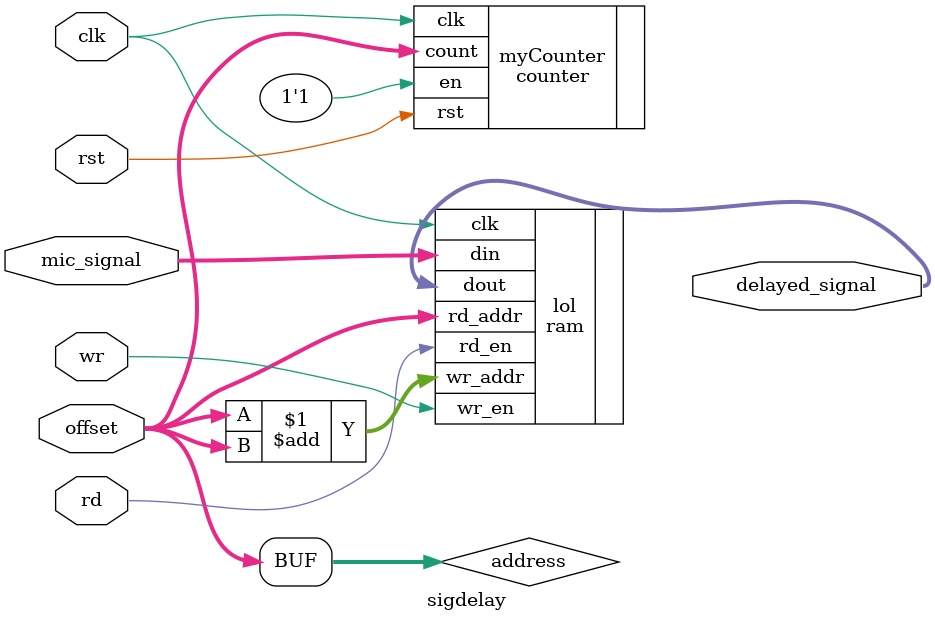
<source format=sv>
module sigdelay #(
  parameter WIDTH = 8
)(
  // interface signals
  input  logic             clk,      // clock
  input  logic             rst,      // reset
  input  logic             wr,
  input  logic             rd,
  input  logic [WIDTH-1:0]            offset,
  input  logic [WIDTH-1:0] mic_signal, // input
  output logic [WIDTH-1:0] delayed_signal //output
);

logic [WIDTH-1:0] address = offset;

counter myCounter (
  .clk (clk),
  .rst (rst),
  .en (1'b1),
  .count (address)
);

ram lol (
  .clk (clk),
  .wr_en (wr),
  .rd_en (rd),
  .wr_addr (address+offset),
  .rd_addr (address),
  .din (mic_signal),
  .dout (delayed_signal)
);

endmodule

</source>
